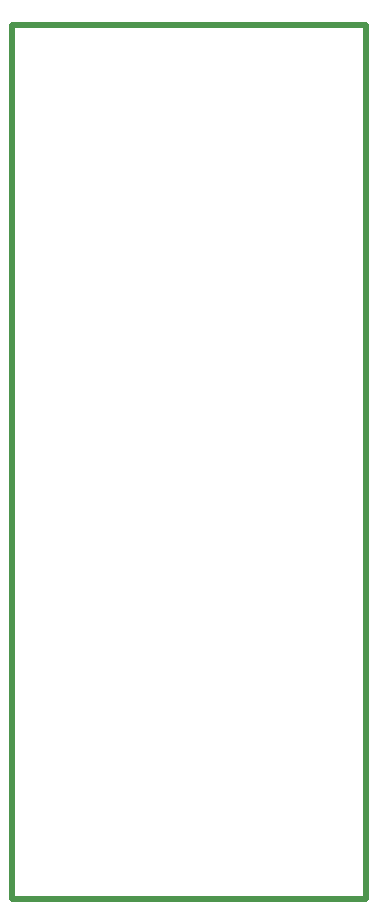
<source format=gbr>
G04 #@! TF.GenerationSoftware,KiCad,Pcbnew,(5.1.4)-1*
G04 #@! TF.CreationDate,2020-01-13T16:44:49+01:00*
G04 #@! TF.ProjectId,USBKeyAdapter,5553424b-6579-4416-9461-707465722e6b,1.0*
G04 #@! TF.SameCoordinates,Original*
G04 #@! TF.FileFunction,Profile,NP*
%FSLAX46Y46*%
G04 Gerber Fmt 4.6, Leading zero omitted, Abs format (unit mm)*
G04 Created by KiCad (PCBNEW (5.1.4)-1) date 2020-01-13 16:44:49*
%MOMM*%
%LPD*%
G04 APERTURE LIST*
%ADD10C,0.500000*%
G04 APERTURE END LIST*
D10*
X112000000Y-131000000D02*
X112000000Y-57000000D01*
X142000000Y-131000000D02*
X112000000Y-131000000D01*
X142000000Y-57000000D02*
X142000000Y-131000000D01*
X112000000Y-57000000D02*
X142000000Y-57000000D01*
M02*

</source>
